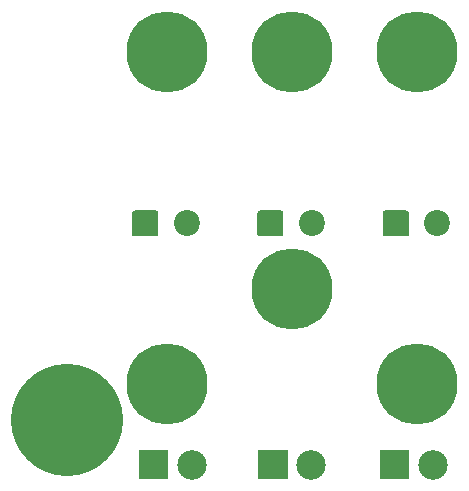
<source format=gbl>
G04 start of page 2 for group 10 layer_idx 1 *
G04 Title: (unknown), bottom_copper *
G04 Creator: pcb-rnd 2.2.1 *
G04 CreationDate: 2020-06-04 21:46:31 UTC *
G04 For:  *
G04 Format: Gerber/RS-274X *
G04 PCB-Dimensions: 500000 500000 *
G04 PCB-Coordinate-Origin: lower left *
%MOIN*%
%FSLAX25Y25*%
%LNBOTTOM_COPPER_NONE_10*%
%ADD30C,0.0394*%
%ADD29C,0.0591*%
%ADD28C,0.3150*%
%ADD27C,0.1285*%
%ADD26C,0.0866*%
%ADD25C,0.0984*%
%ADD24C,0.0001*%
%ADD23C,0.3740*%
%ADD22C,0.2700*%
%ADD21C,0.0200*%
G54D21*X248425Y172480D02*Y172441D01*
X208465Y92126D02*X208465Y92126D01*
X234646Y172480D02*X234488D01*
X248228Y92126D02*X248228Y92126D01*
G54D22*X241929Y229528D03*
X200197D03*
X283661Y229488D03*
G54D23*X166929Y107087D03*
G54D22*X241929Y150787D03*
X200197Y119094D03*
X283661Y119055D03*
G54D24*G36*
X271063Y97047D02*X280905D01*
Y87205D01*
X271063D01*
Y97047D01*
G37*
G54D25*X288780Y92126D03*
G54D24*G36*
X280738Y176029D02*X280678Y176330D01*
X280507Y176585D01*
X280252Y176756D01*
X279951Y176816D01*
X272864D01*
X272563Y176756D01*
X272307Y176585D01*
X272136Y176330D01*
X272077Y176029D01*
Y168942D01*
X272136Y168641D01*
X272307Y168385D01*
X272563Y168215D01*
X272864Y168155D01*
X279951D01*
X280252Y168215D01*
X280507Y168385D01*
X280678Y168641D01*
X280738Y168942D01*
Y176029D01*
G37*
G54D26*X290187Y172485D03*
G54D24*G36*
X190748Y97047D02*X200591D01*
Y87205D01*
X190748D01*
Y97047D01*
G37*
G36*
X197244Y176024D02*X197184Y176325D01*
X197013Y176580D01*
X196758Y176751D01*
X196457Y176811D01*
X189370D01*
X189069Y176751D01*
X188813Y176580D01*
X188643Y176325D01*
X188583Y176024D01*
Y168937D01*
X188643Y168636D01*
X188813Y168380D01*
X189069Y168210D01*
X189370Y168150D01*
X196457D01*
X196758Y168210D01*
X197013Y168380D01*
X197184Y168636D01*
X197244Y168937D01*
Y176024D01*
G37*
G54D26*X206693Y172480D03*
G54D25*X208465Y92126D03*
G54D24*G36*
X230512Y97047D02*X240354D01*
Y87205D01*
X230512D01*
Y97047D01*
G37*
G36*
X238976Y176024D02*X238916Y176325D01*
X238746Y176580D01*
X238490Y176751D01*
X238189Y176811D01*
X231102D01*
X230801Y176751D01*
X230546Y176580D01*
X230375Y176325D01*
X230315Y176024D01*
Y168937D01*
X230375Y168636D01*
X230546Y168380D01*
X230801Y168210D01*
X231102Y168150D01*
X238189D01*
X238490Y168210D01*
X238746Y168380D01*
X238916Y168636D01*
X238976Y168937D01*
Y176024D01*
G37*
G54D26*X248425Y172480D03*
G54D25*X248228Y92126D03*
G54D27*G54D28*G54D27*G54D29*G54D30*G54D29*G54D30*G54D29*G54D30*G54D29*M02*

</source>
